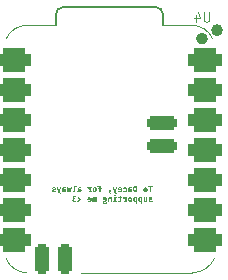
<source format=gbo>
%TF.GenerationSoftware,KiCad,Pcbnew,9.0.4*%
%TF.CreationDate,2025-08-25T23:49:45+01:00*%
%TF.ProjectId,smol-slime-xiao,736d6f6c-2d73-46c6-996d-652d7869616f,1.0*%
%TF.SameCoordinates,Original*%
%TF.FileFunction,Legend,Bot*%
%TF.FilePolarity,Positive*%
%FSLAX46Y46*%
G04 Gerber Fmt 4.6, Leading zero omitted, Abs format (unit mm)*
G04 Created by KiCad (PCBNEW 9.0.4) date 2025-08-25 23:49:45*
%MOMM*%
%LPD*%
G01*
G04 APERTURE LIST*
G04 Aperture macros list*
%AMRoundRect*
0 Rectangle with rounded corners*
0 $1 Rounding radius*
0 $2 $3 $4 $5 $6 $7 $8 $9 X,Y pos of 4 corners*
0 Add a 4 corners polygon primitive as box body*
4,1,4,$2,$3,$4,$5,$6,$7,$8,$9,$2,$3,0*
0 Add four circle primitives for the rounded corners*
1,1,$1+$1,$2,$3*
1,1,$1+$1,$4,$5*
1,1,$1+$1,$6,$7*
1,1,$1+$1,$8,$9*
0 Add four rect primitives between the rounded corners*
20,1,$1+$1,$2,$3,$4,$5,0*
20,1,$1+$1,$4,$5,$6,$7,0*
20,1,$1+$1,$6,$7,$8,$9,0*
20,1,$1+$1,$8,$9,$2,$3,0*%
G04 Aperture macros list end*
%ADD10C,0.125000*%
%ADD11C,0.106680*%
%ADD12C,0.127000*%
%ADD13C,0.100000*%
%ADD14C,0.504000*%
%ADD15C,0.900000*%
%ADD16RoundRect,0.525400X0.900400X0.525400X-0.900400X0.525400X-0.900400X-0.525400X0.900400X-0.525400X0*%
%ADD17RoundRect,0.300400X-1.000400X-0.300400X1.000400X-0.300400X1.000400X0.300400X-1.000400X0.300400X0*%
%ADD18RoundRect,0.300400X-0.300400X1.000400X-0.300400X-1.000400X0.300400X-1.000400X0.300400X1.000400X0*%
%ADD19C,1.700000*%
G04 APERTURE END LIST*
D10*
G36*
X153476448Y-103167572D02*
G01*
X153476448Y-103575000D01*
X153594203Y-103575000D01*
X153594203Y-103167572D01*
X153733849Y-103167572D01*
X153733849Y-103077446D01*
X153331062Y-103077446D01*
X153343274Y-103167572D01*
X153476448Y-103167572D01*
G37*
G36*
X153142315Y-103184240D02*
G01*
X153175223Y-103192857D01*
X153203872Y-103206712D01*
X153229271Y-103225845D01*
X153250353Y-103249367D01*
X153267406Y-103277786D01*
X153279390Y-103308899D01*
X153286867Y-103344078D01*
X153289480Y-103384032D01*
X153286024Y-103432195D01*
X153276353Y-103472318D01*
X153261163Y-103505793D01*
X153240662Y-103533722D01*
X153220158Y-103552542D01*
X153196758Y-103567272D01*
X153170046Y-103578070D01*
X153139446Y-103584836D01*
X153104252Y-103587212D01*
X153069097Y-103584811D01*
X153038518Y-103577969D01*
X153011806Y-103567041D01*
X152988384Y-103552116D01*
X152967842Y-103533020D01*
X152947289Y-103504732D01*
X152932100Y-103471092D01*
X152922459Y-103431055D01*
X152919024Y-103383299D01*
X153036047Y-103383299D01*
X153038378Y-103426082D01*
X153044348Y-103455738D01*
X153052747Y-103475562D01*
X153065897Y-103491323D01*
X153082665Y-103500642D01*
X153104252Y-103503925D01*
X153125859Y-103500641D01*
X153142636Y-103491321D01*
X153155787Y-103475562D01*
X153164186Y-103455752D01*
X153170139Y-103426304D01*
X153172457Y-103384032D01*
X153170155Y-103342512D01*
X153164216Y-103313296D01*
X153155787Y-103293387D01*
X153142622Y-103277515D01*
X153125844Y-103268142D01*
X153104252Y-103264842D01*
X153082665Y-103268125D01*
X153065897Y-103277443D01*
X153052747Y-103293204D01*
X153044300Y-103312996D01*
X153038352Y-103342034D01*
X153036047Y-103383299D01*
X152919024Y-103383299D01*
X152921628Y-103343089D01*
X152929062Y-103307860D01*
X152940945Y-103276871D01*
X152957881Y-103248601D01*
X152978840Y-103225265D01*
X153004112Y-103206345D01*
X153032632Y-103192728D01*
X153065694Y-103184215D01*
X153104252Y-103181219D01*
X153142315Y-103184240D01*
G37*
G36*
X152421593Y-103575000D02*
G01*
X152287351Y-103575000D01*
X152241605Y-103572197D01*
X152197775Y-103563886D01*
X152169820Y-103554592D01*
X152144122Y-103541758D01*
X152120411Y-103525296D01*
X152099838Y-103505252D01*
X152081821Y-103479977D01*
X152066403Y-103448634D01*
X152055874Y-103415233D01*
X152048974Y-103374083D01*
X152046467Y-103323704D01*
X152168527Y-103323704D01*
X152170388Y-103367458D01*
X152175331Y-103400643D01*
X152182540Y-103425309D01*
X152193744Y-103448123D01*
X152206679Y-103464526D01*
X152221314Y-103475745D01*
X152238334Y-103483489D01*
X152257342Y-103488258D01*
X152278742Y-103489911D01*
X152303868Y-103489911D01*
X152303868Y-103162901D01*
X152278742Y-103162901D01*
X152248684Y-103166088D01*
X152222566Y-103175296D01*
X152207741Y-103185393D01*
X152194583Y-103200604D01*
X152183060Y-103222130D01*
X152175660Y-103245698D01*
X152170498Y-103278703D01*
X152168527Y-103323704D01*
X152046467Y-103323704D01*
X152049111Y-103272367D01*
X152056339Y-103231124D01*
X152067288Y-103198255D01*
X152083332Y-103167639D01*
X152102055Y-103143026D01*
X152123464Y-103123608D01*
X152147961Y-103107901D01*
X152174546Y-103095828D01*
X152203515Y-103087338D01*
X152248740Y-103079944D01*
X152295961Y-103077446D01*
X152421593Y-103077446D01*
X152421593Y-103575000D01*
G37*
G36*
X151856473Y-103182895D02*
G01*
X151895586Y-103188394D01*
X151934978Y-103197306D01*
X151972583Y-103209551D01*
X151946358Y-103284961D01*
X151917527Y-103276348D01*
X151888961Y-103270062D01*
X151861434Y-103265995D01*
X151841913Y-103264842D01*
X151811896Y-103267785D01*
X151791393Y-103275450D01*
X151777773Y-103286896D01*
X151769517Y-103302399D01*
X151766534Y-103323368D01*
X151766534Y-103337718D01*
X151817855Y-103337718D01*
X151862839Y-103340198D01*
X151899832Y-103347062D01*
X151930123Y-103357621D01*
X151954815Y-103371454D01*
X151976189Y-103390205D01*
X151991132Y-103411976D01*
X152000258Y-103437351D01*
X152003449Y-103467319D01*
X152001145Y-103493134D01*
X151994510Y-103515753D01*
X151983690Y-103535784D01*
X151968462Y-103553659D01*
X151950038Y-103567982D01*
X151928658Y-103578396D01*
X151903755Y-103584914D01*
X151874581Y-103587212D01*
X151839503Y-103584047D01*
X151804941Y-103574480D01*
X151783303Y-103564330D01*
X151764757Y-103551376D01*
X151748948Y-103535524D01*
X151733096Y-103556311D01*
X151712526Y-103570878D01*
X151687688Y-103580173D01*
X151655587Y-103585777D01*
X151632261Y-103511099D01*
X151643978Y-103504689D01*
X151651465Y-103496384D01*
X151655642Y-103485054D01*
X151657388Y-103465151D01*
X151657388Y-103464083D01*
X151766534Y-103464083D01*
X151779348Y-103481865D01*
X151797064Y-103495132D01*
X151817247Y-103503482D01*
X151835441Y-103506062D01*
X151857520Y-103502745D01*
X151872963Y-103493697D01*
X151880294Y-103484634D01*
X151884816Y-103473419D01*
X151886427Y-103459412D01*
X151883860Y-103441949D01*
X151876536Y-103428069D01*
X151864170Y-103416883D01*
X151848541Y-103409451D01*
X151826053Y-103404299D01*
X151794530Y-103402320D01*
X151766534Y-103402320D01*
X151766534Y-103464083D01*
X151657388Y-103464083D01*
X151657388Y-103315827D01*
X151660204Y-103283600D01*
X151668125Y-103256851D01*
X151680734Y-103234524D01*
X151698146Y-103215871D01*
X151719129Y-103201816D01*
X151746116Y-103190987D01*
X151780500Y-103183842D01*
X151823961Y-103181219D01*
X151856473Y-103182895D01*
G37*
G36*
X151345856Y-103497819D02*
G01*
X151323116Y-103495511D01*
X151301892Y-103488660D01*
X151281559Y-103478351D01*
X151260799Y-103465151D01*
X151210179Y-103536959D01*
X151237431Y-103556335D01*
X151271393Y-103572862D01*
X151295818Y-103580698D01*
X151322560Y-103585540D01*
X151351962Y-103587212D01*
X151392237Y-103584205D01*
X151427118Y-103575635D01*
X151457506Y-103561902D01*
X151484736Y-103542776D01*
X151507218Y-103519464D01*
X151525344Y-103491560D01*
X151538252Y-103460701D01*
X151546252Y-103426052D01*
X151549036Y-103386902D01*
X151546218Y-103347770D01*
X151538068Y-103312628D01*
X151524825Y-103280840D01*
X151506305Y-103251945D01*
X151483447Y-103227734D01*
X151455887Y-103207780D01*
X151425074Y-103193322D01*
X151390002Y-103184353D01*
X151349795Y-103181219D01*
X151307839Y-103184370D01*
X151272461Y-103193248D01*
X151240032Y-103208112D01*
X151210179Y-103228938D01*
X151259333Y-103297143D01*
X151279352Y-103284998D01*
X151300274Y-103275985D01*
X151322192Y-103270340D01*
X151345154Y-103268444D01*
X151369521Y-103271571D01*
X151389835Y-103280553D01*
X151407069Y-103295555D01*
X151419067Y-103315169D01*
X151427363Y-103344454D01*
X151430578Y-103386902D01*
X151427455Y-103426449D01*
X151419465Y-103453153D01*
X151405912Y-103474312D01*
X151389118Y-103487591D01*
X151368969Y-103495198D01*
X151345856Y-103497819D01*
G37*
G36*
X150988042Y-103184484D02*
G01*
X151021494Y-103193764D01*
X151050292Y-103208666D01*
X151075693Y-103229013D01*
X151096600Y-103253389D01*
X151113306Y-103282244D01*
X151125121Y-103313641D01*
X151132350Y-103347648D01*
X151134830Y-103384734D01*
X151132219Y-103423711D01*
X151124703Y-103458446D01*
X151112574Y-103489576D01*
X151095277Y-103517828D01*
X151073287Y-103541563D01*
X151046170Y-103561200D01*
X151015696Y-103575201D01*
X150979594Y-103584062D01*
X150936688Y-103587212D01*
X150904396Y-103585475D01*
X150875526Y-103580487D01*
X150849646Y-103572496D01*
X150813636Y-103555366D01*
X150784494Y-103534791D01*
X150830076Y-103473059D01*
X150853245Y-103486020D01*
X150877124Y-103496017D01*
X150901929Y-103502468D01*
X150927712Y-103504627D01*
X150951146Y-103502259D01*
X150971259Y-103495467D01*
X150988743Y-103484355D01*
X151002364Y-103469100D01*
X151012699Y-103447430D01*
X151019242Y-103417402D01*
X150772282Y-103417402D01*
X150770664Y-103397679D01*
X150770115Y-103376857D01*
X150771929Y-103349197D01*
X150880696Y-103349197D01*
X151020677Y-103349197D01*
X151015838Y-103317569D01*
X151008068Y-103294955D01*
X150998085Y-103279221D01*
X150984360Y-103267072D01*
X150968222Y-103259820D01*
X150948900Y-103257301D01*
X150926091Y-103260357D01*
X150909247Y-103268766D01*
X150896846Y-103282427D01*
X150888423Y-103299885D01*
X150882871Y-103321794D01*
X150880696Y-103349197D01*
X150771929Y-103349197D01*
X150772768Y-103336403D01*
X150780280Y-103301639D01*
X150792188Y-103271680D01*
X150809133Y-103244441D01*
X150829745Y-103222241D01*
X150854287Y-103204544D01*
X150881847Y-103191844D01*
X150913133Y-103183968D01*
X150948900Y-103181219D01*
X150988042Y-103184484D01*
G37*
G36*
X150326844Y-103193767D02*
G01*
X150453912Y-103575000D01*
X150468817Y-103612151D01*
X150486503Y-103643250D01*
X150506832Y-103669073D01*
X150529841Y-103690221D01*
X150555938Y-103707005D01*
X150586987Y-103720222D01*
X150623837Y-103729628D01*
X150667502Y-103734734D01*
X150680416Y-103654684D01*
X150644700Y-103648453D01*
X150619600Y-103640670D01*
X150598314Y-103629447D01*
X150582261Y-103615391D01*
X150569354Y-103597870D01*
X150557654Y-103575000D01*
X150596427Y-103575000D01*
X150717419Y-103193767D01*
X150597496Y-103193767D01*
X150523551Y-103502490D01*
X150443135Y-103193767D01*
X150326844Y-103193767D01*
G37*
G36*
X150091761Y-103427110D02*
G01*
X150070206Y-103429689D01*
X150051788Y-103437138D01*
X150035768Y-103449550D01*
X150023423Y-103465636D01*
X150016051Y-103483888D01*
X150013511Y-103504993D01*
X150015413Y-103526021D01*
X150021236Y-103547370D01*
X150044378Y-103603729D01*
X150096432Y-103721087D01*
X150171811Y-103721087D01*
X150135205Y-103568527D01*
X150149833Y-103556461D01*
X150160515Y-103541263D01*
X150167080Y-103523701D01*
X150169308Y-103504291D01*
X150166775Y-103483434D01*
X150159410Y-103465351D01*
X150147051Y-103449367D01*
X150131060Y-103437027D01*
X150112861Y-103429653D01*
X150091761Y-103427110D01*
G37*
G36*
X149153532Y-103030430D02*
G01*
X149113132Y-103032202D01*
X149079954Y-103037085D01*
X149049042Y-103044949D01*
X149022862Y-103054487D01*
X149054095Y-103128432D01*
X149074095Y-103121928D01*
X149094639Y-103117502D01*
X149135916Y-103114083D01*
X149158230Y-103115748D01*
X149173738Y-103120055D01*
X149184215Y-103126295D01*
X149191864Y-103135464D01*
X149196866Y-103148521D01*
X149198748Y-103166839D01*
X149198748Y-103217825D01*
X149074550Y-103217825D01*
X149087098Y-103296441D01*
X149198748Y-103296441D01*
X149198748Y-103575000D01*
X149311466Y-103575000D01*
X149311466Y-103296441D01*
X149391516Y-103296441D01*
X149391516Y-103217825D01*
X149311466Y-103217825D01*
X149311466Y-103162534D01*
X149309408Y-103137924D01*
X149303403Y-103115576D01*
X149293514Y-103095062D01*
X149279902Y-103076867D01*
X149262376Y-103061172D01*
X149240391Y-103047862D01*
X149216325Y-103038530D01*
X149187665Y-103032562D01*
X149153532Y-103030430D01*
G37*
G36*
X148838756Y-103184240D02*
G01*
X148871664Y-103192857D01*
X148900314Y-103206712D01*
X148925712Y-103225845D01*
X148946794Y-103249367D01*
X148963847Y-103277786D01*
X148975831Y-103308899D01*
X148983308Y-103344078D01*
X148985921Y-103384032D01*
X148982466Y-103432195D01*
X148972794Y-103472318D01*
X148957604Y-103505793D01*
X148937103Y-103533722D01*
X148916599Y-103552542D01*
X148893199Y-103567272D01*
X148866487Y-103578070D01*
X148835887Y-103584836D01*
X148800693Y-103587212D01*
X148765538Y-103584811D01*
X148734959Y-103577969D01*
X148708247Y-103567041D01*
X148684825Y-103552116D01*
X148664283Y-103533020D01*
X148643730Y-103504732D01*
X148628541Y-103471092D01*
X148618900Y-103431055D01*
X148615465Y-103383299D01*
X148732488Y-103383299D01*
X148734819Y-103426082D01*
X148740789Y-103455738D01*
X148749188Y-103475562D01*
X148762338Y-103491323D01*
X148779106Y-103500642D01*
X148800693Y-103503925D01*
X148822300Y-103500641D01*
X148839077Y-103491321D01*
X148852228Y-103475562D01*
X148860627Y-103455752D01*
X148866580Y-103426304D01*
X148868898Y-103384032D01*
X148866596Y-103342512D01*
X148860657Y-103313296D01*
X148852228Y-103293387D01*
X148839063Y-103277515D01*
X148822285Y-103268142D01*
X148800693Y-103264842D01*
X148779106Y-103268125D01*
X148762338Y-103277443D01*
X148749188Y-103293204D01*
X148740741Y-103312996D01*
X148734793Y-103342034D01*
X148732488Y-103383299D01*
X148615465Y-103383299D01*
X148618069Y-103343089D01*
X148625503Y-103307860D01*
X148637386Y-103276871D01*
X148654322Y-103248601D01*
X148675281Y-103225265D01*
X148700553Y-103206345D01*
X148729073Y-103192728D01*
X148762135Y-103184215D01*
X148800693Y-103181219D01*
X148838756Y-103184240D01*
G37*
G36*
X148531873Y-103575000D02*
G01*
X148531873Y-103498887D01*
X148481620Y-103498887D01*
X148481620Y-103269146D01*
X148531873Y-103269146D01*
X148531873Y-103193767D01*
X148395128Y-103193767D01*
X148374306Y-103279557D01*
X148358543Y-103248138D01*
X148341101Y-103224145D01*
X148322069Y-103206345D01*
X148299794Y-103193195D01*
X148274161Y-103185112D01*
X148244338Y-103182288D01*
X148209900Y-103185341D01*
X148181537Y-103193767D01*
X148202695Y-103353166D01*
X148273770Y-103353166D01*
X148273770Y-103282793D01*
X148294033Y-103289048D01*
X148312823Y-103300482D01*
X148330525Y-103317812D01*
X148345204Y-103338239D01*
X148357791Y-103362076D01*
X148368200Y-103389772D01*
X148368200Y-103498887D01*
X148292821Y-103498887D01*
X148292821Y-103575000D01*
X148531873Y-103575000D01*
G37*
G36*
X147552915Y-103182895D02*
G01*
X147592027Y-103188394D01*
X147631419Y-103197306D01*
X147669024Y-103209551D01*
X147642799Y-103284961D01*
X147613968Y-103276348D01*
X147585402Y-103270062D01*
X147557876Y-103265995D01*
X147538354Y-103264842D01*
X147508337Y-103267785D01*
X147487834Y-103275450D01*
X147474214Y-103286896D01*
X147465958Y-103302399D01*
X147462975Y-103323368D01*
X147462975Y-103337718D01*
X147514296Y-103337718D01*
X147559281Y-103340198D01*
X147596273Y-103347062D01*
X147626564Y-103357621D01*
X147651256Y-103371454D01*
X147672630Y-103390205D01*
X147687573Y-103411976D01*
X147696699Y-103437351D01*
X147699890Y-103467319D01*
X147697586Y-103493134D01*
X147690951Y-103515753D01*
X147680131Y-103535784D01*
X147664903Y-103553659D01*
X147646479Y-103567982D01*
X147625099Y-103578396D01*
X147600196Y-103584914D01*
X147571022Y-103587212D01*
X147535944Y-103584047D01*
X147501382Y-103574480D01*
X147479744Y-103564330D01*
X147461198Y-103551376D01*
X147445389Y-103535524D01*
X147429537Y-103556311D01*
X147408967Y-103570878D01*
X147384129Y-103580173D01*
X147352028Y-103585777D01*
X147328702Y-103511099D01*
X147340419Y-103504689D01*
X147347906Y-103496384D01*
X147352083Y-103485054D01*
X147353829Y-103465151D01*
X147353829Y-103464083D01*
X147462975Y-103464083D01*
X147475789Y-103481865D01*
X147493505Y-103495132D01*
X147513688Y-103503482D01*
X147531882Y-103506062D01*
X147553961Y-103502745D01*
X147569404Y-103493697D01*
X147576735Y-103484634D01*
X147581257Y-103473419D01*
X147582868Y-103459412D01*
X147580301Y-103441949D01*
X147572977Y-103428069D01*
X147560611Y-103416883D01*
X147544982Y-103409451D01*
X147522494Y-103404299D01*
X147490971Y-103402320D01*
X147462975Y-103402320D01*
X147462975Y-103464083D01*
X147353829Y-103464083D01*
X147353829Y-103315827D01*
X147356645Y-103283600D01*
X147364566Y-103256851D01*
X147377175Y-103234524D01*
X147394587Y-103215871D01*
X147415570Y-103201816D01*
X147442557Y-103190987D01*
X147476941Y-103183842D01*
X147520403Y-103181219D01*
X147552915Y-103182895D01*
G37*
G36*
X147045533Y-103042275D02*
G01*
X147045533Y-103455107D01*
X147043871Y-103469805D01*
X147039406Y-103480401D01*
X147032436Y-103487957D01*
X147017656Y-103495131D01*
X146996349Y-103497819D01*
X146967986Y-103494430D01*
X146942493Y-103486339D01*
X146915230Y-103562085D01*
X146935793Y-103571201D01*
X146961911Y-103579671D01*
X146990397Y-103585202D01*
X147025444Y-103587212D01*
X147059755Y-103584362D01*
X147087207Y-103576489D01*
X147109173Y-103564206D01*
X147126653Y-103547553D01*
X147140249Y-103527031D01*
X147150313Y-103502918D01*
X147156690Y-103474547D01*
X147158954Y-103441093D01*
X147158954Y-103119822D01*
X147271336Y-103119822D01*
X147271336Y-103042275D01*
X147045533Y-103042275D01*
G37*
G36*
X146490247Y-103575000D02*
G01*
X146615544Y-103575000D01*
X146648211Y-103318697D01*
X146682314Y-103575000D01*
X146805443Y-103575000D01*
X146861802Y-103193767D01*
X146758060Y-103193767D01*
X146733269Y-103504291D01*
X146693060Y-103241883D01*
X146597592Y-103241883D01*
X146561688Y-103504291D01*
X146536195Y-103193767D01*
X146436056Y-103193767D01*
X146490247Y-103575000D01*
G37*
G36*
X146261847Y-103182895D02*
G01*
X146300959Y-103188394D01*
X146340352Y-103197306D01*
X146377957Y-103209551D01*
X146351731Y-103284961D01*
X146322901Y-103276348D01*
X146294334Y-103270062D01*
X146266808Y-103265995D01*
X146247287Y-103264842D01*
X146217269Y-103267785D01*
X146196766Y-103275450D01*
X146183146Y-103286896D01*
X146174890Y-103302399D01*
X146171907Y-103323368D01*
X146171907Y-103337718D01*
X146223229Y-103337718D01*
X146268213Y-103340198D01*
X146305206Y-103347062D01*
X146335496Y-103357621D01*
X146360188Y-103371454D01*
X146381563Y-103390205D01*
X146396505Y-103411976D01*
X146405631Y-103437351D01*
X146408823Y-103467319D01*
X146406519Y-103493134D01*
X146399884Y-103515753D01*
X146389063Y-103535784D01*
X146373835Y-103553659D01*
X146355411Y-103567982D01*
X146334032Y-103578396D01*
X146309128Y-103584914D01*
X146279954Y-103587212D01*
X146244877Y-103584047D01*
X146210314Y-103574480D01*
X146188676Y-103564330D01*
X146170131Y-103551376D01*
X146154322Y-103535524D01*
X146138469Y-103556311D01*
X146117899Y-103570878D01*
X146093061Y-103580173D01*
X146060960Y-103585777D01*
X146037635Y-103511099D01*
X146049351Y-103504689D01*
X146056838Y-103496384D01*
X146061016Y-103485054D01*
X146062761Y-103465151D01*
X146062761Y-103464083D01*
X146171907Y-103464083D01*
X146184721Y-103481865D01*
X146202438Y-103495132D01*
X146222620Y-103503482D01*
X146240814Y-103506062D01*
X146262893Y-103502745D01*
X146278336Y-103493697D01*
X146285667Y-103484634D01*
X146290189Y-103473419D01*
X146291800Y-103459412D01*
X146289233Y-103441949D01*
X146281910Y-103428069D01*
X146269543Y-103416883D01*
X146253914Y-103409451D01*
X146231427Y-103404299D01*
X146199904Y-103402320D01*
X146171907Y-103402320D01*
X146171907Y-103464083D01*
X146062761Y-103464083D01*
X146062761Y-103315827D01*
X146065578Y-103283600D01*
X146073498Y-103256851D01*
X146086108Y-103234524D01*
X146103519Y-103215871D01*
X146124502Y-103201816D01*
X146151489Y-103190987D01*
X146185873Y-103183842D01*
X146229335Y-103181219D01*
X146261847Y-103182895D01*
G37*
G36*
X145592930Y-103193767D02*
G01*
X145719997Y-103575000D01*
X145734902Y-103612151D01*
X145752588Y-103643250D01*
X145772917Y-103669073D01*
X145795926Y-103690221D01*
X145822023Y-103707005D01*
X145853072Y-103720222D01*
X145889922Y-103729628D01*
X145933587Y-103734734D01*
X145946502Y-103654684D01*
X145910785Y-103648453D01*
X145885685Y-103640670D01*
X145864400Y-103629447D01*
X145848346Y-103615391D01*
X145835439Y-103597870D01*
X145823739Y-103575000D01*
X145862513Y-103575000D01*
X145983504Y-103193767D01*
X145863581Y-103193767D01*
X145789637Y-103502490D01*
X145709220Y-103193767D01*
X145592930Y-103193767D01*
G37*
G36*
X145370058Y-103506062D02*
G01*
X145343329Y-103503603D01*
X145324293Y-103497117D01*
X145314411Y-103489912D01*
X145308808Y-103481117D01*
X145306891Y-103470189D01*
X145308651Y-103458796D01*
X145313699Y-103449733D01*
X145322518Y-103442344D01*
X145339894Y-103433919D01*
X145397352Y-103415967D01*
X145431487Y-103404741D01*
X145459616Y-103391275D01*
X145482593Y-103375789D01*
X145496671Y-103361535D01*
X145506819Y-103344412D01*
X145513181Y-103323832D01*
X145515443Y-103298944D01*
X145512778Y-103274532D01*
X145504977Y-103252716D01*
X145491914Y-103232871D01*
X145472915Y-103214619D01*
X145451091Y-103200899D01*
X145424079Y-103190463D01*
X145390801Y-103183677D01*
X145349969Y-103181219D01*
X145316119Y-103182801D01*
X145286691Y-103187277D01*
X145261126Y-103194316D01*
X145225144Y-103209497D01*
X145195607Y-103227503D01*
X145240823Y-103294273D01*
X145265330Y-103281077D01*
X145291809Y-103270765D01*
X145319287Y-103264151D01*
X145346733Y-103261972D01*
X145374360Y-103264575D01*
X145390250Y-103270879D01*
X145398537Y-103279665D01*
X145401290Y-103291403D01*
X145399551Y-103300413D01*
X145394299Y-103308103D01*
X145385444Y-103314491D01*
X145367921Y-103322452D01*
X145311195Y-103340587D01*
X145275647Y-103352166D01*
X145246776Y-103364645D01*
X145222094Y-103380844D01*
X145204217Y-103401099D01*
X145196181Y-103416974D01*
X145191008Y-103436705D01*
X145189135Y-103461213D01*
X145192015Y-103488036D01*
X145200295Y-103511033D01*
X145213926Y-103531036D01*
X145231803Y-103547917D01*
X145253500Y-103561985D01*
X145279596Y-103573229D01*
X145321812Y-103583610D01*
X145369325Y-103587212D01*
X145405945Y-103585332D01*
X145438323Y-103579965D01*
X145466992Y-103571427D01*
X145506808Y-103552750D01*
X145539135Y-103529754D01*
X145482043Y-103465884D01*
X145458546Y-103481531D01*
X145431607Y-103494583D01*
X145402478Y-103503127D01*
X145370058Y-103506062D01*
G37*
G36*
X153546820Y-104346062D02*
G01*
X153520091Y-104343603D01*
X153501055Y-104337117D01*
X153491173Y-104329912D01*
X153485570Y-104321117D01*
X153483653Y-104310189D01*
X153485413Y-104298796D01*
X153490461Y-104289733D01*
X153499280Y-104282344D01*
X153516656Y-104273919D01*
X153574114Y-104255967D01*
X153608249Y-104244741D01*
X153636378Y-104231275D01*
X153659355Y-104215789D01*
X153673433Y-104201535D01*
X153683581Y-104184412D01*
X153689943Y-104163832D01*
X153692206Y-104138944D01*
X153689540Y-104114532D01*
X153681739Y-104092716D01*
X153668676Y-104072871D01*
X153649677Y-104054619D01*
X153627853Y-104040899D01*
X153600841Y-104030463D01*
X153567563Y-104023677D01*
X153526731Y-104021219D01*
X153492881Y-104022801D01*
X153463453Y-104027277D01*
X153437888Y-104034316D01*
X153401906Y-104049497D01*
X153372370Y-104067503D01*
X153417585Y-104134273D01*
X153442092Y-104121077D01*
X153468571Y-104110765D01*
X153496049Y-104104151D01*
X153523495Y-104101972D01*
X153551122Y-104104575D01*
X153567012Y-104110879D01*
X153575299Y-104119665D01*
X153578053Y-104131403D01*
X153576313Y-104140413D01*
X153571061Y-104148103D01*
X153562206Y-104154491D01*
X153544683Y-104162452D01*
X153487957Y-104180587D01*
X153452409Y-104192166D01*
X153423538Y-104204645D01*
X153398856Y-104220844D01*
X153380979Y-104241099D01*
X153372943Y-104256974D01*
X153367770Y-104276705D01*
X153365897Y-104301213D01*
X153368777Y-104328036D01*
X153377057Y-104351033D01*
X153390688Y-104371036D01*
X153408565Y-104387917D01*
X153430262Y-104401985D01*
X153456359Y-104413229D01*
X153498574Y-104423610D01*
X153546087Y-104427212D01*
X153582707Y-104425332D01*
X153615085Y-104419965D01*
X153643754Y-104411427D01*
X153683570Y-104392750D01*
X153715897Y-104369754D01*
X153658805Y-104305884D01*
X153635308Y-104321531D01*
X153608369Y-104334583D01*
X153579240Y-104343127D01*
X153546820Y-104346062D01*
G37*
G36*
X153155940Y-104033767D02*
G01*
X153155940Y-104294740D01*
X153152921Y-104319680D01*
X153145712Y-104332781D01*
X153133889Y-104340433D01*
X153117197Y-104343192D01*
X153099957Y-104340529D01*
X153081995Y-104332079D01*
X153065977Y-104319102D01*
X153052564Y-104301915D01*
X153052564Y-104033767D01*
X152939144Y-104033767D01*
X152939144Y-104415000D01*
X153038215Y-104415000D01*
X153043222Y-104370486D01*
X153057494Y-104387629D01*
X153074392Y-104401690D01*
X153094207Y-104412862D01*
X153126547Y-104423631D01*
X153160245Y-104427212D01*
X153187732Y-104424925D01*
X153209954Y-104418578D01*
X153227947Y-104408629D01*
X153242463Y-104395094D01*
X153256945Y-104372249D01*
X153266100Y-104343950D01*
X153269391Y-104308754D01*
X153269391Y-104033767D01*
X153155940Y-104033767D01*
G37*
G36*
X152654644Y-104024306D02*
G01*
X152682536Y-104033950D01*
X152699872Y-104043911D01*
X152716819Y-104057887D01*
X152733491Y-104076479D01*
X152738529Y-104033767D01*
X152839035Y-104033767D01*
X152839035Y-104574032D01*
X152725584Y-104562186D01*
X152725584Y-104387370D01*
X152706846Y-104404825D01*
X152685867Y-104417118D01*
X152662187Y-104424614D01*
X152635122Y-104427212D01*
X152604960Y-104424150D01*
X152578801Y-104415329D01*
X152555805Y-104400833D01*
X152536180Y-104381561D01*
X152519549Y-104357634D01*
X152505918Y-104328324D01*
X152496557Y-104297115D01*
X152490706Y-104262278D01*
X152488743Y-104224734D01*
X152605691Y-104224734D01*
X152608068Y-104267781D01*
X152614119Y-104297183D01*
X152622575Y-104316478D01*
X152635601Y-104331993D01*
X152650991Y-104340886D01*
X152669591Y-104343925D01*
X152686618Y-104341787D01*
X152700641Y-104335682D01*
X152712916Y-104325604D01*
X152725584Y-104309822D01*
X152725584Y-104148989D01*
X152712006Y-104130225D01*
X152697954Y-104116687D01*
X152681769Y-104107825D01*
X152663119Y-104104842D01*
X152646285Y-104107453D01*
X152632283Y-104115069D01*
X152621522Y-104128086D01*
X152612530Y-104151339D01*
X152607662Y-104180024D01*
X152605691Y-104224734D01*
X152488743Y-104224734D01*
X152488668Y-104223299D01*
X152490401Y-104181975D01*
X152495272Y-104146448D01*
X152502865Y-104115985D01*
X152514585Y-104087209D01*
X152529502Y-104064167D01*
X152547561Y-104045979D01*
X152569151Y-104032629D01*
X152595535Y-104024225D01*
X152627948Y-104021219D01*
X152654644Y-104024306D01*
G37*
G36*
X152224288Y-104024306D02*
G01*
X152252180Y-104033950D01*
X152269516Y-104043911D01*
X152286463Y-104057887D01*
X152303135Y-104076479D01*
X152308173Y-104033767D01*
X152408679Y-104033767D01*
X152408679Y-104574032D01*
X152295228Y-104562186D01*
X152295228Y-104387370D01*
X152276490Y-104404825D01*
X152255511Y-104417118D01*
X152231831Y-104424614D01*
X152204767Y-104427212D01*
X152174604Y-104424150D01*
X152148445Y-104415329D01*
X152125449Y-104400833D01*
X152105824Y-104381561D01*
X152089193Y-104357634D01*
X152075562Y-104328324D01*
X152066201Y-104297115D01*
X152060351Y-104262278D01*
X152058387Y-104224734D01*
X152175335Y-104224734D01*
X152177712Y-104267781D01*
X152183764Y-104297183D01*
X152192219Y-104316478D01*
X152205245Y-104331993D01*
X152220636Y-104340886D01*
X152239235Y-104343925D01*
X152256262Y-104341787D01*
X152270285Y-104335682D01*
X152282560Y-104325604D01*
X152295228Y-104309822D01*
X152295228Y-104148989D01*
X152281650Y-104130225D01*
X152267598Y-104116687D01*
X152251413Y-104107825D01*
X152232763Y-104104842D01*
X152215929Y-104107453D01*
X152201927Y-104115069D01*
X152191166Y-104128086D01*
X152182174Y-104151339D01*
X152177306Y-104180024D01*
X152175335Y-104224734D01*
X152058387Y-104224734D01*
X152058312Y-104223299D01*
X152060045Y-104181975D01*
X152064916Y-104146448D01*
X152072509Y-104115985D01*
X152084229Y-104087209D01*
X152099146Y-104064167D01*
X152117206Y-104045979D01*
X152138795Y-104032629D01*
X152165179Y-104024225D01*
X152197592Y-104021219D01*
X152224288Y-104024306D01*
G37*
G36*
X151851247Y-104024240D02*
G01*
X151884155Y-104032857D01*
X151912805Y-104046712D01*
X151938203Y-104065845D01*
X151959285Y-104089367D01*
X151976338Y-104117786D01*
X151988323Y-104148899D01*
X151995799Y-104184078D01*
X151998412Y-104224032D01*
X151994957Y-104272195D01*
X151985285Y-104312318D01*
X151970095Y-104345793D01*
X151949594Y-104373722D01*
X151929090Y-104392542D01*
X151905690Y-104407272D01*
X151878978Y-104418070D01*
X151848379Y-104424836D01*
X151813184Y-104427212D01*
X151778029Y-104424811D01*
X151747450Y-104417969D01*
X151720738Y-104407041D01*
X151697317Y-104392116D01*
X151676775Y-104373020D01*
X151656221Y-104344732D01*
X151641032Y-104311092D01*
X151631391Y-104271055D01*
X151627957Y-104223299D01*
X151744979Y-104223299D01*
X151747310Y-104266082D01*
X151753281Y-104295738D01*
X151761680Y-104315562D01*
X151774830Y-104331323D01*
X151791597Y-104340642D01*
X151813184Y-104343925D01*
X151834792Y-104340641D01*
X151851568Y-104331321D01*
X151864719Y-104315562D01*
X151873118Y-104295752D01*
X151879071Y-104266304D01*
X151881389Y-104224032D01*
X151879087Y-104182512D01*
X151873149Y-104153296D01*
X151864719Y-104133387D01*
X151851554Y-104117515D01*
X151834776Y-104108142D01*
X151813184Y-104104842D01*
X151791597Y-104108125D01*
X151774830Y-104117443D01*
X151761680Y-104133204D01*
X151753233Y-104152996D01*
X151747285Y-104182034D01*
X151744979Y-104223299D01*
X151627957Y-104223299D01*
X151630560Y-104183089D01*
X151637995Y-104147860D01*
X151649877Y-104116871D01*
X151666813Y-104088601D01*
X151687773Y-104065265D01*
X151713045Y-104046345D01*
X151741564Y-104032728D01*
X151774627Y-104024215D01*
X151813184Y-104021219D01*
X151851247Y-104024240D01*
G37*
G36*
X151544364Y-104415000D02*
G01*
X151544364Y-104338887D01*
X151494112Y-104338887D01*
X151494112Y-104109146D01*
X151544364Y-104109146D01*
X151544364Y-104033767D01*
X151407619Y-104033767D01*
X151386797Y-104119557D01*
X151371034Y-104088138D01*
X151353592Y-104064145D01*
X151334560Y-104046345D01*
X151312285Y-104033195D01*
X151286652Y-104025112D01*
X151256830Y-104022288D01*
X151222391Y-104025341D01*
X151194029Y-104033767D01*
X151215186Y-104193166D01*
X151286261Y-104193166D01*
X151286261Y-104122793D01*
X151306524Y-104129048D01*
X151325314Y-104140482D01*
X151343017Y-104157812D01*
X151357695Y-104178239D01*
X151370282Y-104202076D01*
X151380691Y-104229772D01*
X151380691Y-104338887D01*
X151305312Y-104338887D01*
X151305312Y-104415000D01*
X151544364Y-104415000D01*
G37*
G36*
X150774419Y-104392743D02*
G01*
X150798228Y-104405659D01*
X150828275Y-104417137D01*
X150861062Y-104424581D01*
X150899350Y-104427212D01*
X150936868Y-104424426D01*
X150966976Y-104416749D01*
X150991089Y-104404868D01*
X151010297Y-104388988D01*
X151025695Y-104368900D01*
X151036951Y-104345361D01*
X151044031Y-104317704D01*
X151046536Y-104285062D01*
X151046536Y-104112016D01*
X151126587Y-104112016D01*
X151126587Y-104033767D01*
X151046536Y-104033767D01*
X151046536Y-103951213D01*
X150933086Y-103937566D01*
X150933086Y-104033767D01*
X150810323Y-104033767D01*
X150821467Y-104112016D01*
X150933086Y-104112016D01*
X150933086Y-104285062D01*
X150931381Y-104303542D01*
X150926895Y-104316594D01*
X150920171Y-104325637D01*
X150910770Y-104331976D01*
X150897449Y-104336214D01*
X150878894Y-104337819D01*
X150859296Y-104336568D01*
X150842105Y-104332995D01*
X150826016Y-104327368D01*
X150812124Y-104320600D01*
X150774419Y-104392743D01*
G37*
G36*
X150522849Y-103834190D02*
G01*
X150503979Y-103836333D01*
X150488180Y-103842452D01*
X150474764Y-103852508D01*
X150464396Y-103865680D01*
X150458211Y-103880679D01*
X150456079Y-103898090D01*
X150458206Y-103915487D01*
X150464387Y-103930553D01*
X150474764Y-103943855D01*
X150488191Y-103954002D01*
X150503990Y-103960168D01*
X150522849Y-103962326D01*
X150541958Y-103960163D01*
X150557937Y-103953991D01*
X150571484Y-103943855D01*
X150581952Y-103930542D01*
X150588180Y-103915477D01*
X150590321Y-103898090D01*
X150588175Y-103880690D01*
X150581943Y-103865691D01*
X150571484Y-103852508D01*
X150557948Y-103842462D01*
X150541969Y-103836337D01*
X150522849Y-103834190D01*
G37*
G36*
X150454278Y-104033767D02*
G01*
X150454278Y-104337452D01*
X150357344Y-104337452D01*
X150357344Y-104415000D01*
X150675776Y-104415000D01*
X150675776Y-104337452D01*
X150567698Y-104337452D01*
X150567698Y-104111314D01*
X150672173Y-104111314D01*
X150672173Y-104033767D01*
X150454278Y-104033767D01*
G37*
G36*
X150256899Y-104415000D02*
G01*
X150256899Y-104033767D01*
X150157828Y-104033767D01*
X150149921Y-104077914D01*
X150123052Y-104052375D01*
X150096065Y-104035232D01*
X150066278Y-104024841D01*
X150031463Y-104021219D01*
X150000198Y-104024780D01*
X149975057Y-104034789D01*
X149954649Y-104051017D01*
X149939646Y-104072478D01*
X149930113Y-104099903D01*
X149926653Y-104135006D01*
X149926653Y-104415000D01*
X150040073Y-104415000D01*
X150040073Y-104167673D01*
X150042435Y-104135286D01*
X150047797Y-104118672D01*
X150054098Y-104111251D01*
X150063355Y-104106583D01*
X150076679Y-104104842D01*
X150093995Y-104107642D01*
X150110964Y-104116352D01*
X150126686Y-104129521D01*
X150143449Y-104148286D01*
X150143449Y-104415000D01*
X150256899Y-104415000D01*
G37*
G36*
X149536139Y-103997711D02*
G01*
X149562330Y-104007942D01*
X149592864Y-104016029D01*
X149625842Y-104020702D01*
X149667144Y-104021921D01*
X149699835Y-104023906D01*
X149729055Y-104029617D01*
X149755286Y-104038804D01*
X149779591Y-104051902D01*
X149799579Y-104067836D01*
X149815766Y-104086707D01*
X149827756Y-104108333D01*
X149835103Y-104132814D01*
X149837657Y-104160834D01*
X149835783Y-104185055D01*
X149830443Y-104205995D01*
X149821872Y-104224215D01*
X149809761Y-104240246D01*
X149792625Y-104255492D01*
X149769452Y-104269980D01*
X149787817Y-104284599D01*
X149801234Y-104301915D01*
X149809736Y-104321584D01*
X149812530Y-104342124D01*
X149809555Y-104361207D01*
X149800544Y-104378769D01*
X149784534Y-104395460D01*
X149764468Y-104407172D01*
X149735546Y-104415173D01*
X149694805Y-104418236D01*
X149634141Y-104418236D01*
X149607800Y-104421222D01*
X149592131Y-104428647D01*
X149582170Y-104440670D01*
X149578851Y-104455910D01*
X149580603Y-104467549D01*
X149585842Y-104477984D01*
X149595001Y-104486316D01*
X149611885Y-104493615D01*
X149633070Y-104497686D01*
X149667144Y-104499355D01*
X149700918Y-104497889D01*
X149721916Y-104494317D01*
X149738451Y-104487448D01*
X149747409Y-104478716D01*
X149752257Y-104467126D01*
X149754034Y-104451605D01*
X149854540Y-104451605D01*
X149852693Y-104476337D01*
X149847416Y-104497878D01*
X149838939Y-104516757D01*
X149826553Y-104532938D01*
X149808454Y-104547076D01*
X149783282Y-104559133D01*
X149756076Y-104566774D01*
X149719116Y-104572042D01*
X149670014Y-104574032D01*
X149617910Y-104571456D01*
X149576272Y-104564433D01*
X149543313Y-104553838D01*
X149517485Y-104540266D01*
X149494524Y-104521335D01*
X149478800Y-104500032D01*
X149469381Y-104475891D01*
X149466133Y-104448033D01*
X149468171Y-104427308D01*
X149474141Y-104408547D01*
X149484084Y-104391308D01*
X149497329Y-104376275D01*
X149513974Y-104363249D01*
X149534521Y-104352199D01*
X149556627Y-104344445D01*
X149582105Y-104339546D01*
X149611518Y-104337819D01*
X149673983Y-104337819D01*
X149698464Y-104335522D01*
X149708605Y-104330644D01*
X149714187Y-104322877D01*
X149715963Y-104314494D01*
X149712757Y-104301915D01*
X149708802Y-104296533D01*
X149703415Y-104292603D01*
X149682499Y-104295798D01*
X149659268Y-104296908D01*
X149626552Y-104294928D01*
X149598165Y-104289307D01*
X149573477Y-104280391D01*
X149550636Y-104267669D01*
X149532153Y-104252559D01*
X149517485Y-104234993D01*
X149506561Y-104214943D01*
X149499981Y-104193142D01*
X149497732Y-104169108D01*
X149498789Y-104157964D01*
X149606145Y-104157964D01*
X149608922Y-104183963D01*
X149616244Y-104202026D01*
X149627414Y-104214311D01*
X149642913Y-104221937D01*
X149664275Y-104224734D01*
X149681038Y-104222762D01*
X149694946Y-104217139D01*
X149706651Y-104207882D01*
X149715281Y-104195672D01*
X149720791Y-104179863D01*
X149722801Y-104159399D01*
X149720873Y-104140130D01*
X149715518Y-104124806D01*
X149707017Y-104112566D01*
X149695486Y-104103229D01*
X149681483Y-104097518D01*
X149664275Y-104095499D01*
X149642604Y-104098203D01*
X149627048Y-104105511D01*
X149615993Y-104117125D01*
X149608838Y-104133967D01*
X149606145Y-104157964D01*
X149498789Y-104157964D01*
X149500007Y-104145118D01*
X149506388Y-104125491D01*
X149516569Y-104109330D01*
X149530284Y-104095564D01*
X149548271Y-104082801D01*
X149571310Y-104071106D01*
X149536508Y-104070146D01*
X149508478Y-104067534D01*
X149482555Y-104062681D01*
X149461461Y-104056024D01*
X149488023Y-103972737D01*
X149536139Y-103997711D01*
G37*
G36*
X148684036Y-104021219D02*
G01*
X148658295Y-104024427D01*
X148638767Y-104033290D01*
X148623922Y-104047597D01*
X148613940Y-104066351D01*
X148607022Y-104093788D01*
X148604352Y-104132838D01*
X148604352Y-104415000D01*
X148701622Y-104415000D01*
X148701622Y-104145783D01*
X148702776Y-104127184D01*
X148705408Y-104117420D01*
X148710843Y-104111355D01*
X148720642Y-104109146D01*
X148729534Y-104110390D01*
X148739144Y-104114367D01*
X148748403Y-104121175D01*
X148760149Y-104133937D01*
X148760149Y-104415000D01*
X148839833Y-104415000D01*
X148839833Y-104145783D01*
X148840987Y-104127184D01*
X148843619Y-104117420D01*
X148849054Y-104111355D01*
X148858853Y-104109146D01*
X148867745Y-104110390D01*
X148877355Y-104114367D01*
X148886609Y-104121176D01*
X148898329Y-104133937D01*
X148898329Y-104415000D01*
X148997064Y-104415000D01*
X148997064Y-104033767D01*
X148913777Y-104033767D01*
X148906236Y-104070739D01*
X148887460Y-104048557D01*
X148869997Y-104033797D01*
X148850311Y-104024461D01*
X148826552Y-104021219D01*
X148806257Y-104024056D01*
X148789763Y-104032179D01*
X148777055Y-104045649D01*
X148768025Y-104066434D01*
X148749709Y-104048062D01*
X148729985Y-104033797D01*
X148708179Y-104024389D01*
X148684036Y-104021219D01*
G37*
G36*
X148405907Y-104024484D02*
G01*
X148439359Y-104033764D01*
X148468156Y-104048666D01*
X148493557Y-104069013D01*
X148514465Y-104093389D01*
X148531171Y-104122244D01*
X148542985Y-104153641D01*
X148550214Y-104187648D01*
X148552695Y-104224734D01*
X148550084Y-104263711D01*
X148542567Y-104298446D01*
X148530438Y-104329576D01*
X148513141Y-104357828D01*
X148491152Y-104381563D01*
X148464035Y-104401200D01*
X148433561Y-104415201D01*
X148397458Y-104424062D01*
X148354553Y-104427212D01*
X148322260Y-104425475D01*
X148293390Y-104420487D01*
X148267511Y-104412496D01*
X148231500Y-104395366D01*
X148202359Y-104374791D01*
X148247941Y-104313059D01*
X148271110Y-104326020D01*
X148294988Y-104336017D01*
X148319794Y-104342468D01*
X148345577Y-104344627D01*
X148369010Y-104342259D01*
X148389123Y-104335467D01*
X148406607Y-104324355D01*
X148420228Y-104309100D01*
X148430563Y-104287430D01*
X148437107Y-104257402D01*
X148190147Y-104257402D01*
X148188529Y-104237679D01*
X148187979Y-104216857D01*
X148189793Y-104189197D01*
X148298560Y-104189197D01*
X148438542Y-104189197D01*
X148433702Y-104157569D01*
X148425933Y-104134955D01*
X148415949Y-104119221D01*
X148402224Y-104107072D01*
X148386087Y-104099820D01*
X148366765Y-104097301D01*
X148343956Y-104100357D01*
X148327112Y-104108766D01*
X148314711Y-104122427D01*
X148306287Y-104139885D01*
X148300736Y-104161794D01*
X148298560Y-104189197D01*
X148189793Y-104189197D01*
X148190632Y-104176403D01*
X148198145Y-104141639D01*
X148210053Y-104111680D01*
X148226997Y-104084441D01*
X148247609Y-104062241D01*
X148272151Y-104044544D01*
X148299712Y-104031844D01*
X148330998Y-104023968D01*
X148366765Y-104021219D01*
X148405907Y-104024484D01*
G37*
G36*
X147393671Y-103975271D02*
G01*
X147344151Y-104053520D01*
X147577128Y-104189563D01*
X147344151Y-104323103D01*
X147395472Y-104403886D01*
X147675130Y-104230138D01*
X147675130Y-104149721D01*
X147393671Y-103975271D01*
G37*
G36*
X147099389Y-103904898D02*
G01*
X147063791Y-103907012D01*
X147033487Y-103912961D01*
X147007676Y-103922301D01*
X146983747Y-103935628D01*
X146964701Y-103951056D01*
X146949882Y-103968615D01*
X146938763Y-103988644D01*
X146932169Y-104009744D01*
X146929945Y-104032332D01*
X146933242Y-104062814D01*
X146942581Y-104087981D01*
X146957759Y-104108994D01*
X146977736Y-104126306D01*
X147002080Y-104140509D01*
X147031520Y-104151523D01*
X146998357Y-104158742D01*
X146970542Y-104170473D01*
X146947195Y-104186510D01*
X146933407Y-104201651D01*
X146923161Y-104220791D01*
X146916558Y-104244831D01*
X146914161Y-104274987D01*
X146916759Y-104302291D01*
X146924434Y-104327619D01*
X146937303Y-104351466D01*
X146954536Y-104372496D01*
X146976391Y-104390840D01*
X147003524Y-104406573D01*
X147032935Y-104417701D01*
X147067005Y-104424730D01*
X147106564Y-104427212D01*
X147143235Y-104424928D01*
X147176336Y-104418324D01*
X147206367Y-104407642D01*
X147234496Y-104392738D01*
X147259529Y-104374419D01*
X147281747Y-104352534D01*
X147217847Y-104292939D01*
X147194684Y-104314658D01*
X147169914Y-104329026D01*
X147142858Y-104337481D01*
X147114105Y-104340322D01*
X147090108Y-104338058D01*
X147070291Y-104331685D01*
X147053807Y-104321485D01*
X147041064Y-104307432D01*
X147033244Y-104289692D01*
X147030451Y-104267110D01*
X147033254Y-104241764D01*
X147040789Y-104223391D01*
X147052525Y-104210202D01*
X147068174Y-104200989D01*
X147088505Y-104195000D01*
X147114807Y-104192800D01*
X147160053Y-104192800D01*
X147147108Y-104114550D01*
X147114807Y-104114550D01*
X147093338Y-104112604D01*
X147075580Y-104107131D01*
X147060799Y-104098400D01*
X147049402Y-104086199D01*
X147042343Y-104070311D01*
X147039794Y-104049551D01*
X147042128Y-104031852D01*
X147048796Y-104017397D01*
X147059913Y-104005404D01*
X147074106Y-103996665D01*
X147091202Y-103991198D01*
X147111937Y-103989254D01*
X147140694Y-103992206D01*
X147165976Y-104000764D01*
X147189193Y-104014230D01*
X147211374Y-104032332D01*
X147269535Y-103972035D01*
X147245694Y-103951647D01*
X147220268Y-103935025D01*
X147193087Y-103921965D01*
X147164378Y-103912619D01*
X147133268Y-103906873D01*
X147099389Y-103904898D01*
G37*
D11*
X158493549Y-88366391D02*
X158493549Y-88999698D01*
X158493549Y-88999698D02*
X158456296Y-89074204D01*
X158456296Y-89074204D02*
X158419042Y-89111458D01*
X158419042Y-89111458D02*
X158344536Y-89148711D01*
X158344536Y-89148711D02*
X158195522Y-89148711D01*
X158195522Y-89148711D02*
X158121016Y-89111458D01*
X158121016Y-89111458D02*
X158083762Y-89074204D01*
X158083762Y-89074204D02*
X158046509Y-88999698D01*
X158046509Y-88999698D02*
X158046509Y-88366391D01*
X157338696Y-88627164D02*
X157338696Y-89148711D01*
X157524963Y-88329138D02*
X157711229Y-88887938D01*
X157711229Y-88887938D02*
X157226936Y-88887938D01*
D12*
%TO.C,U4*%
X145551000Y-88453000D02*
X145551000Y-89463000D01*
D13*
X145551000Y-89463000D02*
X143070040Y-89463000D01*
D12*
X154046272Y-87953000D02*
X146051000Y-87953000D01*
X154550000Y-89463000D02*
X154546272Y-88452728D01*
D13*
X154550000Y-89463000D02*
X157040000Y-89463000D01*
X157040000Y-110418000D02*
X147600000Y-110400000D01*
X141312084Y-90595999D02*
G75*
G02*
X143070000Y-89463001I1757956J-797321D01*
G01*
X143070000Y-110418000D02*
G75*
G02*
X141294594Y-109203621I0J1905000D01*
G01*
D12*
X145551000Y-88453000D02*
G75*
G02*
X146051000Y-87953000I500100J-100D01*
G01*
X154046272Y-87953000D02*
G75*
G02*
X154546273Y-88452728I-18J-500019D01*
G01*
D13*
X157040000Y-89463000D02*
G75*
G02*
X158778957Y-90595999I-1J-1900999D01*
G01*
X158945000Y-109203621D02*
G75*
G02*
X157040000Y-110418000I-1905002J887003D01*
G01*
D14*
X158133000Y-90596000D02*
G75*
G02*
X157629000Y-90596000I-252000J0D01*
G01*
X157629000Y-90596000D02*
G75*
G02*
X158133000Y-90596000I252000J0D01*
G01*
X159407000Y-89879000D02*
G75*
G02*
X158903000Y-89879000I-252000J0D01*
G01*
X158903000Y-89879000D02*
G75*
G02*
X159407000Y-89879000I252000J0D01*
G01*
%TD*%
%LPC*%
D15*
%TO.C,SW1*%
X151500000Y-89500000D03*
X148500000Y-89500000D03*
%TD*%
D16*
%TO.C,U4*%
X158110000Y-92380000D03*
X158110000Y-94920000D03*
X158110000Y-97460000D03*
X158110000Y-100000000D03*
X158110000Y-102540000D03*
X158110000Y-105080000D03*
X158110000Y-107620000D03*
X141945000Y-107620000D03*
X141945000Y-105080000D03*
X141945000Y-102540000D03*
X141945000Y-100000000D03*
X141945000Y-97460000D03*
X141945000Y-94920000D03*
X141945000Y-92380000D03*
D17*
X154500000Y-99686500D03*
X154500000Y-97781500D03*
D18*
X146245000Y-109236900D03*
X144340000Y-109236900D03*
D19*
X151325000Y-91431500D03*
X148785000Y-91431500D03*
X151325000Y-93971500D03*
X148785000Y-93971500D03*
%TD*%
%LPD*%
M02*

</source>
